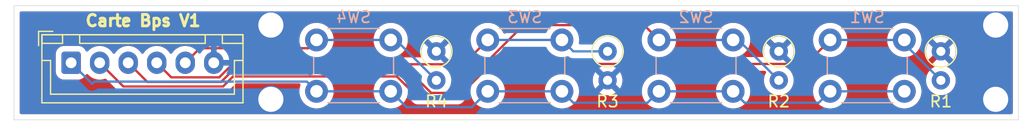
<source format=kicad_pcb>
(kicad_pcb (version 20241229) (generator "pcbnew") (generator_version "9.0")
  (layers (0 "F.Cu" signal) (2 "B.Cu" signal) (13 "F.Paste" user) (15 "B.Paste" user) (5 "F.SilkS" user "F.Silkscreen") (7 "B.SilkS" user "B.Silkscreen") (1 "F.Mask" user) (3 "B.Mask" user) (25 "Edge.Cuts" user))
  (net 0 "")
  (net 1 "Net-(J1-Pin_2)")
  (net 2 "GND")
  (net 3 "Net-(J1-Pin_3)")
  (net 4 "Net-(J1-Pin_4)")
  (net 5 "Net-(J1-Pin_5)")
  (net 6 "+3.3V")
  (footprint "Connector_JST:JST_XH_B6B-XH-A_1x06_P2.50mm_Vertical" (layer "F.Cu") (at 132 85)
    (property "Reference" "J1" (hide yes))
    (property "Value" "Conn_01x06_Socket" (hide yes))
    (fp_line (start -2.85 -2.75) (end -2.85 -1.5) (stroke (width 0.12)) (layer "F.SilkS"))
    (fp_line (start -2.56 -2.46) (end -2.56 3.51) (stroke (width 0.12)) (layer "F.SilkS"))
    (fp_line (start -2.56 3.51) (end 15.06 3.51) (stroke (width 0.12)) (layer "F.SilkS"))
    (fp_line (start -2.55 -2.45) (end -2.55 -1.7) (stroke (width 0.12)) (layer "F.SilkS"))
    (fp_line (start -2.55 -1.7) (end -0.75 -1.7) (stroke (width 0.12)) (layer "F.SilkS"))
    (fp_line (start -2.55 -0.2) (end -1.8 -0.2) (stroke (width 0.12)) (layer "F.SilkS"))
    (fp_line (start -1.8 -0.2) (end -1.8 2.75) (stroke (width 0.12)) (layer "F.SilkS"))
    (fp_line (start -1.8 2.75) (end 6.25 2.75) (stroke (width 0.12)) (layer "F.SilkS"))
    (fp_line (start -1.6 -2.75) (end -2.85 -2.75) (stroke (width 0.12)) (layer "F.SilkS"))
    (fp_line (start -0.75 -2.45) (end -2.55 -2.45) (stroke (width 0.12)) (layer "F.SilkS"))
    (fp_line (start -0.75 -1.7) (end -0.75 -2.45) (stroke (width 0.12)) (layer "F.SilkS"))
    (fp_line (start 0.75 -2.45) (end 0.75 -1.7) (stroke (width 0.12)) (layer "F.SilkS"))
    (fp_line (start 0.75 -1.7) (end 11.75 -1.7) (stroke (width 0.12)) (layer "F.SilkS"))
    (fp_line (start 11.75 -2.45) (end 0.75 -2.45) (stroke (width 0.12)) (layer "F.SilkS"))
    (fp_line (start 11.75 -1.7) (end 11.75 -2.45) (stroke (width 0.12)) (layer "F.SilkS"))
    (fp_line (start 13.25 -2.45) (end 13.25 -1.7) (stroke (width 0.12)) (layer "F.SilkS"))
    (fp_line (start 13.25 -1.7) (end 15.05 -1.7) (stroke (width 0.12)) (layer "F.SilkS"))
    (fp_line (start 14.3 -0.2) (end 14.3 2.75) (stroke (width 0.12)) (layer "F.SilkS"))
    (fp_line (start 14.3 2.75) (end 6.25 2.75) (stroke (width 0.12)) (layer "F.SilkS"))
    (fp_line (start 15.05 -2.45) (end 13.25 -2.45) (stroke (width 0.12)) (layer "F.SilkS"))
    (fp_line (start 15.05 -1.7) (end 15.05 -2.45) (stroke (width 0.12)) (layer "F.SilkS"))
    (fp_line (start 15.05 -0.2) (end 14.3 -0.2) (stroke (width 0.12)) (layer "F.SilkS"))
    (fp_line (start 15.06 -2.46) (end -2.56 -2.46) (stroke (width 0.12)) (layer "F.SilkS"))
    (fp_line (start 15.06 3.51) (end 15.06 -2.46) (stroke (width 0.12)) (layer "F.SilkS"))
    (pad "1" thru_hole roundrect (at 0 0) (size 1.7 1.95) (drill 0.95) (layers "*.Cu" "*.Mask") (roundrect_rratio 0.147059) (net 6 "+3.3V"))
    (pad "2" thru_hole oval (at 2.5 0) (size 1.7 1.95) (drill 0.95) (layers "*.Cu" "*.Mask") (net 1 "Net-(J1-Pin_2)"))
    (pad "3" thru_hole oval (at 5 0) (size 1.7 1.95) (drill 0.95) (layers "*.Cu" "*.Mask") (net 3 "Net-(J1-Pin_3)"))
    (pad "4" thru_hole oval (at 7.5 0) (size 1.7 1.95) (drill 0.95) (layers "*.Cu" "*.Mask") (net 4 "Net-(J1-Pin_4)"))
    (pad "5" thru_hole oval (at 10 0) (size 1.7 1.95) (drill 0.95) (layers "*.Cu" "*.Mask") (net 5 "Net-(J1-Pin_5)"))
    (pad "6" thru_hole oval (at 12.5 0) (size 1.7 1.95) (drill 0.95) (layers "*.Cu" "*.Mask") (net 2 "GND"))
  )
  (footprint "LOGO" (layer "F.Cu") (at 210.76 85.04 -90)
    (property "Reference" "G***" (hide yes))
    (property "Value" "LOGO" (hide yes))
    (fp_poly (pts (xy 1.219393 -0.199515) (xy 1.25544 -0.183614) (xy 1.291288 -0.159812) (xy 1.320406 -0.133426) (xy 1.336265 -0.109776) (xy 1.337476 -0.103346) (xy 1.325481 -0.097275) (xy 1.289564 -0.093099) (xy 1.229827 -0.090825) (xy 1.17481 -0.09037) (xy 1.115352 -0.091095) (xy 1.065638 -0.093083) (xy 1.030058 -0.096053) (xy 1.013003 -0.099723) (xy 1.012144 -0.100794) (xy 1.022224 -0.124943) (xy 1.048289 -0.152711) (xy 1.084079 -0.178451) (xy 1.115089 -0.193631) (xy 1.153566 -0.20594) (xy 1.184153 -0.207572)) (fill yes) (layer "F.Cu"))
    (fp_poly (pts (xy 0.018706 -0.21067) (xy 0.075895 -0.20979) (xy 0.117474 -0.207773) (xy 0.147684 -0.20417) (xy 0.170769 -0.19853) (xy 0.190973 -0.190405) (xy 0.205956 -0.182848) (xy 0.26083 -0.143001) (xy 0.295273 -0.091403) (xy 0.310099 -0.026533) (xy 0.310347 0.012562) (xy 0.298417 0.082255) (xy 0.269867 0.135935) (xy 0.222864 0.176617) (xy 0.204304 0.187037) (xy 0.185128 0.19563) (xy 0.163645 0.201892) (xy 0.135844 0.20618) (xy 0.097712 0.208851) (xy 0.045238 0.210263) (xy -0.02559 0.210771) (xy -0.062779 0.210802) (xy -0.14125 0.210628) (xy -0.199619 0.209875) (xy -0.24188 0.208117) (xy -0.272029 0.204928) (xy -0.294062 0.199885) (xy -0.311973 0.192561) (xy -0.32976 0.182532) (xy -0.330033 0.182366) (xy -0.381552 0.13898) (xy -0.415462 0.084952) (xy -0.431868 0.024871) (xy -0.430873 -0.036674) (xy -0.412581 -0.095096) (xy -0.377096 -0.145805) (xy -0.324523 -0.184214) (xy -0.321698 -0.185607) (xy -0.300411 -0.194872) (xy -0.277858 -0.20157) (xy -0.249791 -0.206107) (xy -0.21196 -0.208892) (xy -0.160116 -0.210331) (xy -0.09001 -0.210834) (xy -0.058338 -0.210863)) (fill yes) (layer "F.Cu"))
    (fp_poly (pts (xy -0.229876 -0.500058) (xy 0 -0.500047) (xy 0.260293 -0.500058) (xy 0.497602 -0.500071) (xy 0.713043 -0.500052) (xy 0.907732 -0.49997) (xy 1.082782 -0.49979) (xy 1.23931 -0.499481) (xy 1.378431 -0.49901) (xy 1.50126 -0.498343) (xy 1.608912 -0.497449) (xy 1.702503 -0.496294) (xy 1.783147 -0.494847) (xy 1.85196 -0.493074) (xy 1.910057 -0.490942) (xy 1.958554 -0.488419) (xy 1.998565 -0.485472) (xy 2.031206 -0.482069) (xy 2.057592 -0.478177) (xy 2.078838 -0.473762) (xy 2.09606 -0.468793) (xy 2.110373 -0.463237) (xy 2.122891 -0.457061) (xy 2.134731 -0.450231) (xy 2.147007 -0.442717) (xy 2.156831 -0.436812) (xy 2.204409 -0.402897) (xy 2.255794 -0.356924) (xy 2.303199 -0.306587) (xy 2.338838 -0.259578) (xy 2.342837 -0.253036) (xy 2.385933 -0.157285) (xy 2.407089 -0.057924) (xy 2.407527 0.041998) (xy 2.388465 0.139431) (xy 2.351124 0.231323) (xy 2.296726 0.314627) (xy 2.226489 0.38629) (xy 2.141635 0.443264) (xy 2.049212 0.480825) (xy 2.038983 0.483322) (xy 2.02536 0.485595) (xy 2.007242 0.487653) (xy 1.98353 0.489506) (xy 1.953123 0.491164) (xy 1.914921 0.492637) (xy 1.867824 0.493934) (xy 1.810732 0.495067) (xy 1.742545 0.496043) (xy 1.662162 0.496875) (xy 1.568483 0.497571) (xy 1.460409 0.498142) (xy 1.336838 0.498597) (xy 1.196671 0.498946) (xy 1.038808 0.4992) (xy 0.862148 0.499368) (xy 0.665591 0.499461) (xy 0.448038 0.499487) (xy 0.208387 0.499458) (xy -0.0052 0.499399) (xy -0.262246 0.499305) (xy -0.49631 0.49919) (xy -0.708509 0.499043) (xy -0.899959 0.49885) (xy -1.071778 0.4986) (xy -1.225081 0.498281) (xy -1.360985 0.497881) (xy -1.480607 0.497388) (xy -1.585064 0.496789) (xy -1.675473 0.496073) (xy -1.752949 0.495228) (xy -1.818611 0.494241) (xy -1.873573 0.493101) (xy -1.918954 0.491795) (xy -1.955869 0.490312) (xy -1.985436 0.488639) (xy -2.008771 0.486764) (xy -2.026991 0.484676) (xy -2.041212 0.482361) (xy -2.052552 0.479809) (xy -2.061534 0.477197) (xy -2.147823 0.438527) (xy -2.229899 0.381236) (xy -2.30113 0.310681) (xy -2.3466 0.247011) (xy -2.385559 0.15824) (xy -2.387905 0.14679) (xy -2.082558 0.14679) (xy -2.082239 0.211428) (xy -2.081474 0.261541) (xy -2.080291 0.293679) (xy -2.079106 0.304028) (xy -2.064301 0.314212) (xy -2.035662 0.319205) (xy -2.030692 0.319307) (xy -1.988141 0.319307) (xy -1.988141 0.11059) (xy -1.891746 0.11059) (xy -1.891746 0.295209) (xy -1.843549 0.295209) (xy -1.795351 0.295209) (xy -1.795153 0.105432) (xy -1.794821 0.032547) (xy -1.793656 -0.020735) (xy -1.791142 -0.058911) (xy -1.786763 -0.086473) (xy -1.780003 -0.107917) (xy -1.770344 -0.127738) (xy -1.767859 -0.132186) (xy -1.723667 -0.188466) (xy -1.668296 -0.225447) (xy -1.605955 -0.242377) (xy -1.540855 -0.238501) (xy -1.477207 -0.213066) (xy -1.444825 -0.190019) (xy -1.419809 -0.166346) (xy -1.401343 -0.140803) (xy -1.38847 -0.109378) (xy -1.380232 -0.068062) (xy -1.37567 -0.012842) (xy -1.373827 0.060291) (xy -1.373625 0.108057) (xy -1.373625 0.295209) (xy -1.324432 0.295209) (xy -1.275239 0.295209) (xy -1.278944 0.10683) (xy -1.192885 0.10683) (xy -1.192885 0.295209) (xy -1.144687 0.295209) (xy -1.09649 0.295209) (xy -1.09649 0.101821) (xy -1.095921 0.019945) (xy -1.093546 -0.041941) (xy -1.088361 -0.087933) (xy -1.079364 -0.122127) (xy -1.06555 -0.148619) (xy -1.045917 -0.171505) (xy -1.024933 -0.190319) (xy -0.965196 -0.226608) (xy -0.901246 -0.24163) (xy -0.837584 -0.236312) (xy -0.77871 -0.211579) (xy -0.729126 -0.168359) (xy -0.700322 -0.123509) (xy -0.69028 -0.100258) (xy -0.683241 -0.075726) (xy -0.678687 -0.045149) (xy -0.676102 -0.003765) (xy -0.67497 0.05319) (xy -0.674763 0.112248) (xy -0.674763 0.295209) (xy -0.625351 0.295209) (xy -0.575939 0.295209) (xy -0.580285 0.093382) (xy -0.582033 0.018925) (xy -0.58343 -0.01928) (xy -0.52877 -0.01928) (xy -0.523634 0.061244) (xy -0.51279 0.100455) (xy -0.474634 0.175951) (xy -0.418518 0.235966) (xy -0.343561 0.281371) (xy -0.319872 0.29128) (xy -0.290392 0.297536) (xy -0.24199 0.302203) (xy -0.179788 0.305299) (xy -0.108911 0.306839) (xy -0.03448 0.306838) (xy 0.038381 0.305313) (xy 0.10455 0.30228) (xy 0.158903 0.297754) (xy 0.196317 0.291752) (xy 0.203515 0.289651) (xy 0.280248 0.250191) (xy 0.34304 0.191982) (xy 0.371114 0.151743) (xy 0.388212 0.119188) (xy 0.398065 0.088311) (xy 0.402533 0.050392) (xy 0.403484 0) (xy 0.400185 -0.067286) (xy 0.388525 -0.118993) (xy 0.365454 -0.163047) (xy 0.327919 -0.207376) (xy 0.320945 -0.214447) (xy 0.292195 -0.241784) (xy 0.265107 -0.262708) (xy 0.235945 -0.27807) (xy 0.20097 -0.288721) (xy 0.197934 -0.289184) (xy 0.487998 -0.289184) (xy 0.488255 -0.096395) (xy 0.4887 -0.021337) (xy 0.490116 0.034238) (xy 0.492973 0.07494) (xy 0.49774 0.105381) (xy 0.504886 0.13017) (xy 0.513416 0.150752) (xy 0.552338 0.213991) (xy 0.604281 0.267227) (xy 0.664025 0.306581) (xy 0.726347 0.328173) (xy 0.756095 0.331092) (xy 0.782777 0.329046) (xy 0.793398 0.317441) (xy 0.795256 0.291091) (xy 0.792947 0.265032) (xy 0.781691 0.250002) (xy 0.754997 0.238839) (xy 0.745138 0.23581) (xy 0.67531 0.204484) (xy 0.624172 0.157959) (xy 0.591752 0.096265) (xy 0.5858 0.075308) (xy 0.577909 0.042173) (xy 0.686582 0.042173) (xy 0.795256 0.042173) (xy 0.795256 0) (xy 0.795256 -0.006741) (xy 0.902101 -0.006741) (xy 0.912795 0.078802) (xy 0.9444 0.154259) (xy 0.994915 0.217009) (xy 1.062338 0.264429) (xy 1.128689 0.289996) (xy 1.169027 0.300491) (xy 1.196401 0.304999) (xy 1.221171 0.303594) (xy 1.253699 0.296349) (xy 1.274312 0.291025) (xy 1.316279 0.276553) (xy 1.359037 0.25607) (xy 1.39673 0.233139) (xy 1.4235 0.211322) (xy 1.433493 0.194184) (xy 1.433492 0.194163) (xy 1.424335 0.178113) (xy 1.403645 0.1593) (xy 1.385049 0.147333) (xy 1.369496 0.145544) (xy 1.348707 0.155163) (xy 1.323874 0.171148) (xy 1.264563 0.19801) (xy 1.20194 0.205522) (xy 1.140514 0.195551) (xy 1.084795 0.169967) (xy 1.039291 0.130636) (xy 1.008512 0.079427) (xy 0.99799 0.036148) (xy 0.99407 0) (xy 1.22522 -0.00327) (xy 1.456371 -0.006539) (xy 1.45004 -0.051467) (xy 1.428777 -0.125669) (xy 1.389257 -0.191776) (xy 1.335428 -0.245344) (xy 1.311361 -0.259061) (xy 1.554364 -0.259061) (xy 1.55563 -0.228203) (xy 1.56353 -0.21449) (xy 1.584211 -0.210973) (xy 1.597017 -0.210863) (xy 1.661503 -0.200111) (xy 1.716314 -0.170627) (xy 1.759303 -0.126575) (xy 1.788323 -0.072118) (xy 1.801225 -0.011417) (xy 1.795861 0.051365) (xy 1.770085 0.112066) (xy 1.766488 0.117586) (xy 1.727108 0.159148) (xy 1.675213 0.191331) (xy 1.620192 0.208902) (xy 1.599549 0.210665) (xy 1.570966 0.212006) (xy 1.558018 0.220266) (xy 1.554512 0.242312) (xy 1.554364 0.260746) (xy 1.554364 0.310629) (xy 1.621204 0.303731) (xy 1.680445 0.291284) (xy 1.735178 0.269079) (xy 1.740734 0.265954) (xy 1.778389 0.240346) (xy 1.811451 0.212052) (xy 1.821034 0.201736) (xy 1.848645 0.168397) (xy 1.898119 0.217872) (xy 1.95583 0.262066) (xy 2.023876 0.293087) (xy 2.092952 0.306908) (xy 2.104755 0.307258) (xy 2.130391 0.305662) (xy 2.141785 0.296248) (xy 2.144699 0.272078) (xy 2.144781 0.259061) (xy 2.143515 0.228203) (xy 2.135616 0.21449) (xy 2.114934 0.210972) (xy 2.102129 0.210863) (xy 2.039237 0.199829) (xy 1.984767 0.16949) (xy 1.941584 0.123987) (xy 1.912552 0.067466) (xy 1.900535 0.004069) (xy 1.908398 -0.062061) (xy 1.909915 -0.067162) (xy 1.93896 -0.123343) (xy 1.984788 -0.169045) (xy 2.041333 -0.19973) (xy 2.102129 -0.210863) (xy 2.129436 -0.212294) (xy 2.141572 -0.221221) (xy 2.144685 -0.244591) (xy 2.144781 -0.259061) (xy 2.143456 -0.28993) (xy 2.135638 -0.30365) (xy 2.115566 -0.307158) (xy 2.104755 -0.307258) (xy 2.035801 -0.296839) (xy 1.966854 -0.268301) (xy 1.907302 -0.225722) (xy 1.899424 -0.218035) (xy 1.851158 -0.168691) (xy 1.800662 -0.218255) (xy 1.742254 -0.262471) (xy 1.67413 -0.293349) (xy 1.60542 -0.306948) (xy 1.59439 -0.307258) (xy 1.568755 -0.305662) (xy 1.557361 -0.296248) (xy 1.554447 -0.272078) (xy 1.554364 -0.259061) (xy 1.311361 -0.259061) (xy 1.271238 -0.281929) (xy 1.23577 -0.29262) (xy 1.156451 -0.298428) (xy 1.083091 -0.282754) (xy 1.018502 -0.248009) (xy 0.965498 -0.196606) (xy 0.926895 -0.130954) (xy 0.905507 -0.053466) (xy 0.902101 -0.006741) (xy 0.795256 -0.006741) (xy 0.795256 -0.042173) (xy 0.686812 -0.042173) (xy 0.578368 -0.042173) (xy 0.578368 -0.169418) (xy 0.578368 -0.296664) (xy 0.533183 -0.292924) (xy 0.487998 -0.289184) (xy 0.197934 -0.289184) (xy 0.156445 -0.295511) (xy 0.098633 -0.299293) (xy 0.023795 -0.300915) (xy -0.060247 -0.301233) (xy -0.145195 -0.301027) (xy -0.209765 -0.30021) (xy -0.257675 -0.298483) (xy -0.292644 -0.295549) (xy -0.318389 -0.291109) (xy -0.33863 -0.284864) (xy -0.354938 -0.27759) (xy -0.424079 -0.230899) (xy -0.477256 -0.169511) (xy -0.512732 -0.097585) (xy -0.52877 -0.01928) (xy -0.58343 -0.01928) (xy -0.584041 -0.035973) (xy -0.586988 -0.075847) (xy -0.591558 -0.105232) (xy -0.598432 -0.128664) (xy -0.608292 -0.150678) (xy -0.620351 -0.173152) (xy -0.671935 -0.244029) (xy -0.736829 -0.295205) (xy -0.813402 -0.325709) (xy -0.891651 -0.334686) (xy -0.973243 -0.324537) (xy -1.044116 -0.293559) (xy -1.107316 -0.240377) (xy -1.112382 -0.234844) (xy -1.140163 -0.201339) (xy -1.160812 -0.168422) (xy -1.175351 -0.131759) (xy -1.1848 -0.087016) (xy -1.190182 -0.029859) (xy -1.192516 0.044046) (xy -1.192885 0.10683) (xy -1.278944 0.10683) (xy -1.279327 0.087358) (xy -1.281851 -0.001212) (xy -1.286297 -0.069815) (xy -1.293879 -0.122572) (xy -1.305807 -0.163605) (xy -1.323294 -0.197034) (xy -1.347552 -0.226981) (xy -1.379791 -0.257567) (xy -1.381075 -0.258697) (xy -1.443421 -0.302997) (xy -1.509711 -0.327226) (xy -1.584488 -0.334317) (xy -1.66902 -0.323239) (xy -1.744359 -0.290807) (xy -1.807602 -0.23832) (xy -1.813101 -0.232075) (xy -1.840942 -0.195872) (xy -1.861539 -0.158629) (xy -1.875903 -0.115945) (xy -1.885044 -0.063419) (xy -1.889972 0.003351) (xy -1.891696 0.088765) (xy -1.891746 0.11059) (xy -1.988141 0.11059) (xy -1.988141 -0.000727) (xy -1.988141 -0.320762) (xy -2.033326 -0.317022) (xy -2.078511 -0.313283) (xy -2.08174 -0.012267) (xy -2.082401 0.071076) (xy -2.082558 0.14679) (xy -2.387905 0.14679) (xy -2.405662 0.060104) (xy -2.406905 -0.041743) (xy -2.389281 -0.141649) (xy -2.352783 -0.233961) (xy -2.347165 -0.244205) (xy -2.312948 -0.29347) (xy -2.266326 -0.346256) (xy -2.21507 -0.394604) (xy -2.166946 -0.430557) (xy -2.162856 -0.433018) (xy -2.148768 -0.441535) (xy -2.136141 -0.4493) (xy -2.123857 -0.456349) (xy -2.1108 -0.462715) (xy -2.095852 -0.468433) (xy -2.077896 -0.473538) (xy -2.055815 -0.478064) (xy -2.028491 -0.482047) (xy -1.994808 -0.48552) (xy -1.953649 -0.488519) (xy -1.903895 -0.491078) (xy -1.844431 -0.493231) (xy -1.774138 -0.495013) (xy -1.6919 -0.496459) (xy -1.596599 -0.497604) (xy -1.487118 -0.498481) (xy -1.36234 -0.499127) (xy -1.221149 -0.499574) (xy -1.062425 -0.499859) (xy -0.885054 -0.500015) (xy -0.687916 -0.500077) (xy -0.469896 -0.50008)) (fill yes) (layer "F.Cu"))
  )
  (footprint "Resistor_THT:R_Axial_DIN0207_L6.3mm_D2.5mm_P2.54mm_Vertical" (layer "F.Cu") (at 164 84 -90)
    (property "Reference" "R4" (at 4.384 0 0) (layer "F.SilkS"))
    (property "Value" "R" (hide yes))
    (fp_line (start 1.37 0) (end 1.44 0) (stroke (width 0.12)) (layer "F.SilkS"))
    (fp_circle (center 0 0) (end 1.37 0) (stroke (width 0.12)) (fill no) (layer "F.SilkS"))
    (pad "1" thru_hole circle (at 0 0 270) (size 1.6 1.6) (drill 0.8) (layers "*.Cu" "*.Mask") (net 2 "GND"))
    (pad "2" thru_hole circle (at 2.54 0 270) (size 1.6 1.6) (drill 0.8) (layers "*.Cu" "*.Mask") (net 5 "Net-(J1-Pin_5)"))
  )
  (footprint "Resistor_THT:R_Axial_DIN0207_L6.3mm_D2.5mm_P2.54mm_Vertical" (layer "F.Cu") (at 179 84 -90)
    (property "Reference" "R3" (at 4.392 0 180) (layer "F.SilkS"))
    (property "Value" "R" (hide yes))
    (fp_line (start 1.37 0) (end 1.44 0) (stroke (width 0.12)) (layer "F.SilkS"))
    (fp_circle (center 0 0) (end 1.37 0) (stroke (width 0.12)) (fill no) (layer "F.SilkS"))
    (pad "1" thru_hole circle (at 0 0 270) (size 1.6 1.6) (drill 0.8) (layers "*.Cu" "*.Mask") (net 4 "Net-(J1-Pin_4)"))
    (pad "2" thru_hole circle (at 2.54 0 270) (size 1.6 1.6) (drill 0.8) (layers "*.Cu" "*.Mask") (net 2 "GND"))
  )
  (footprint "Resistor_THT:R_Axial_DIN0207_L6.3mm_D2.5mm_P2.54mm_Vertical" (layer "F.Cu") (at 208.2 84 -90)
    (property "Reference" "R1" (at 4.392 0 0) (layer "F.SilkS"))
    (property "Value" "R" (hide yes))
    (fp_line (start 1.37 0) (end 1.44 0) (stroke (width 0.12)) (layer "F.SilkS"))
    (fp_circle (center 0 0) (end 1.37 0) (stroke (width 0.12)) (fill no) (layer "F.SilkS"))
    (pad "1" thru_hole circle (at 0 0 270) (size 1.6 1.6) (drill 0.8) (layers "*.Cu" "*.Mask") (net 2 "GND"))
    (pad "2" thru_hole circle (at 2.54 0 270) (size 1.6 1.6) (drill 0.8) (layers "*.Cu" "*.Mask") (net 1 "Net-(J1-Pin_2)"))
  )
  (footprint "Resistor_THT:R_Axial_DIN0207_L6.3mm_D2.5mm_P2.54mm_Vertical" (layer "F.Cu") (at 194 84 -90)
    (property "Reference" "R2" (at 4.392 0 180) (layer "F.SilkS"))
    (property "Value" "R" (hide yes))
    (fp_line (start 1.37 0) (end 1.44 0) (stroke (width 0.12)) (layer "F.SilkS"))
    (fp_circle (center 0 0) (end 1.37 0) (stroke (width 0.12)) (fill no) (layer "F.SilkS"))
    (pad "1" thru_hole circle (at 0 0 270) (size 1.6 1.6) (drill 0.8) (layers "*.Cu" "*.Mask") (net 2 "GND"))
    (pad "2" thru_hole circle (at 2.54 0 270) (size 1.6 1.6) (drill 0.8) (layers "*.Cu" "*.Mask") (net 3 "Net-(J1-Pin_3)"))
  )
  (footprint "Button_Switch_THT:SW_PUSH_6mm_H4.3mm" (layer "B.Cu") (at 160 83 180)
    (property "Reference" "SW4" (at 3.25 2 0) (layer "B.SilkS") (effects (justify mirror)))
    (property "Value" "SW_Push" (hide yes))
    (fp_line (start 6.75 -3) (end 6.75 -1.5) (stroke (width 0.12)) (layer "B.SilkS"))
    (fp_line (start 5.5 1) (end 1 1) (stroke (width 0.12)) (layer "B.SilkS"))
    (fp_line (start 1 -5.5) (end 5.5 -5.5) (stroke (width 0.12)) (layer "B.SilkS"))
    (fp_line (start -0.25 -1.5) (end -0.25 -3) (stroke (width 0.12)) (layer "B.SilkS"))
    (pad "1" thru_hole circle (at 0 0 90) (size 2 2) (drill 1.1) (layers "*.Cu" "*.Mask") (net 5 "Net-(J1-Pin_5)"))
    (pad "1" thru_hole circle (at 6.5 0 90) (size 2 2) (drill 1.1) (layers "*.Cu" "*.Mask") (net 5 "Net-(J1-Pin_5)"))
    (pad "2" thru_hole circle (at 0 -4.5 90) (size 2 2) (drill 1.1) (layers "*.Cu" "*.Mask") (net 6 "+3.3V"))
    (pad "2" thru_hole circle (at 6.5 -4.5 90) (size 2 2) (drill 1.1) (layers "*.Cu" "*.Mask") (net 6 "+3.3V"))
  )
  (footprint "Button_Switch_THT:SW_PUSH_6mm_H4.3mm" (layer "B.Cu") (at 175 83 180)
    (property "Reference" "SW3" (at 3.25 2 0) (layer "B.SilkS") (effects (justify mirror)))
    (property "Value" "SW_Push" (hide yes))
    (fp_line (start 6.75 -3) (end 6.75 -1.5) (stroke (width 0.12)) (layer "B.SilkS"))
    (fp_line (start 5.5 1) (end 1 1) (stroke (width 0.12)) (layer "B.SilkS"))
    (fp_line (start 1 -5.5) (end 5.5 -5.5) (stroke (width 0.12)) (layer "B.SilkS"))
    (fp_line (start -0.25 -1.5) (end -0.25 -3) (stroke (width 0.12)) (layer "B.SilkS"))
    (pad "1" thru_hole circle (at 0 0 90) (size 2 2) (drill 1.1) (layers "*.Cu" "*.Mask") (net 4 "Net-(J1-Pin_4)"))
    (pad "1" thru_hole circle (at 6.5 0 90) (size 2 2) (drill 1.1) (layers "*.Cu" "*.Mask") (net 4 "Net-(J1-Pin_4)"))
    (pad "2" thru_hole circle (at 0 -4.5 90) (size 2 2) (drill 1.1) (layers "*.Cu" "*.Mask") (net 6 "+3.3V"))
    (pad "2" thru_hole circle (at 6.5 -4.5 90) (size 2 2) (drill 1.1) (layers "*.Cu" "*.Mask") (net 6 "+3.3V"))
  )
  (footprint "Button_Switch_THT:SW_PUSH_6mm_H4.3mm" (layer "B.Cu") (at 190 83 180)
    (property "Reference" "SW2" (at 3.25 2 0) (layer "B.SilkS") (effects (justify mirror)))
    (property "Value" "SW_Push" (hide yes))
    (fp_line (start 6.75 -3) (end 6.75 -1.5) (stroke (width 0.12)) (layer "B.SilkS"))
    (fp_line (start 5.5 1) (end 1 1) (stroke (width 0.12)) (layer "B.SilkS"))
    (fp_line (start 1 -5.5) (end 5.5 -5.5) (stroke (width 0.12)) (layer "B.SilkS"))
    (fp_line (start -0.25 -1.5) (end -0.25 -3) (stroke (width 0.12)) (layer "B.SilkS"))
    (pad "1" thru_hole circle (at 0 0 90) (size 2 2) (drill 1.1) (layers "*.Cu" "*.Mask") (net 3 "Net-(J1-Pin_3)"))
    (pad "1" thru_hole circle (at 6.5 0 90) (size 2 2) (drill 1.1) (layers "*.Cu" "*.Mask") (net 3 "Net-(J1-Pin_3)"))
    (pad "2" thru_hole circle (at 0 -4.5 90) (size 2 2) (drill 1.1) (layers "*.Cu" "*.Mask") (net 6 "+3.3V"))
    (pad "2" thru_hole circle (at 6.5 -4.5 90) (size 2 2) (drill 1.1) (layers "*.Cu" "*.Mask") (net 6 "+3.3V"))
  )
  (footprint "Button_Switch_THT:SW_PUSH_6mm_H4.3mm" (layer "B.Cu") (at 205 83 180)
    (property "Reference" "SW1" (at 3.25 2 0) (layer "B.SilkS") (effects (justify mirror)))
    (property "Value" "SW_Push" (hide yes))
    (fp_line (start 6.75 -3) (end 6.75 -1.5) (stroke (width 0.12)) (layer "B.SilkS"))
    (fp_line (start 5.5 1) (end 1 1) (stroke (width 0.12)) (layer "B.SilkS"))
    (fp_line (start 1 -5.5) (end 5.5 -5.5) (stroke (width 0.12)) (layer "B.SilkS"))
    (fp_line (start -0.25 -1.5) (end -0.25 -3) (stroke (width 0.12)) (layer "B.SilkS"))
    (pad "1" thru_hole circle (at 0 0 90) (size 2 2) (drill 1.1) (layers "*.Cu" "*.Mask") (net 1 "Net-(J1-Pin_2)"))
    (pad "1" thru_hole circle (at 6.5 0 90) (size 2 2) (drill 1.1) (layers "*.Cu" "*.Mask") (net 1 "Net-(J1-Pin_2)"))
    (pad "2" thru_hole circle (at 0 -4.5 90) (size 2 2) (drill 1.1) (layers "*.Cu" "*.Mask") (net 6 "+3.3V"))
    (pad "2" thru_hole circle (at 6.5 -4.5 90) (size 2 2) (drill 1.1) (layers "*.Cu" "*.Mask") (net 6 "+3.3V"))
  )
  (gr_line (start 127 80) (end 215 80) (stroke (width 0.05)) (layer "Edge.Cuts"))
  (gr_line (start 127 90) (end 215 90) (stroke (width 0.05)) (layer "Edge.Cuts"))
  (gr_line (start 215 80) (end 215 90) (stroke (width 0.05)) (layer "Edge.Cuts"))
  (gr_line (start 127 80) (end 127 90) (stroke (width 0.05)) (layer "Edge.Cuts"))
  (gr_text "Carte Bps V1" (at 133.14 81.9 0) (layer "F.SilkS") (effects (font (size 1 1) (thickness 0.25) (bold yes)) (justify left bottom)))
  (segment (start 136.578 87.078) (end 134.5 85) (width 0.2) (layer "F.Cu") (net 1))
  (segment (start 196.399 85.101) (end 168.805992 85.101) (width 0.2) (layer "F.Cu") (net 1))
  (segment (start 162.381892 88.042) (end 160.538892 86.199) (width 0.2) (layer "F.Cu") (net 1))
  (segment (start 198.5 83) (end 196.399 85.101) (width 0.2) (layer "F.Cu") (net 1))
  (segment (start 146.18796 86.199) (end 145.30896 87.078) (width 0.2) (layer "F.Cu") (net 1))
  (segment (start 145.30896 87.078) (end 136.578 87.078) (width 0.2) (layer "F.Cu") (net 1))
  (segment (start 165.864992 88.042) (end 162.381892 88.042) (width 0.2) (layer "F.Cu") (net 1))
  (segment (start 168.805992 85.101) (end 165.864992 88.042) (width 0.2) (layer "F.Cu") (net 1))
  (segment (start 160.538892 86.199) (end 146.18796 86.199) (width 0.2) (layer "F.Cu") (net 1))
  (segment (start 208.2 86.54) (end 205 83.34) (width 0.2) (layer "B.Cu") (net 1))
  (segment (start 205 83.34) (end 205 83) (width 0.2) (layer "B.Cu") (net 1))
  (segment (start 205 83) (end 198.5 83) (width 0.2) (layer "B.Cu") (net 1))
  (via (at 149.5 88.2) (size 2.4) (drill 2.2) (layers "F.Cu" "B.Cu") (net 2))
  (via (at 213 88.2) (size 2.4) (drill 2.2) (layers "F.Cu" "B.Cu") (net 2))
  (via (at 149.5 81.7) (size 2.4) (drill 2.2) (layers "F.Cu" "B.Cu") (net 2))
  (via (at 213 81.7) (size 2.4) (drill 2.2) (layers "F.Cu" "B.Cu") (net 2))
  (segment (start 182.199 81.699) (end 171.640892 81.699) (width 0.2) (layer "F.Cu") (net 3))
  (segment (start 161.43395 85.531) (end 146.28886 85.531) (width 0.2) (layer "F.Cu") (net 3))
  (segment (start 138.677 86.677) (end 137 85) (width 0.2) (layer "F.Cu") (net 3))
  (segment (start 165.698892 87.641) (end 163.54395 87.641) (width 0.2) (layer "F.Cu") (net 3))
  (segment (start 146.28886 85.531) (end 145.14286 86.677) (width 0.2) (layer "F.Cu") (net 3))
  (segment (start 145.14286 86.677) (end 138.677 86.677) (width 0.2) (layer "F.Cu") (net 3))
  (segment (start 171.640892 81.699) (end 165.698892 87.641) (width 0.2) (layer "F.Cu") (net 3))
  (segment (start 183.5 83) (end 182.199 81.699) (width 0.2) (layer "F.Cu") (net 3))
  (segment (start 163.54395 87.641) (end 161.43395 85.531) (width 0.2) (layer "F.Cu") (net 3))
  (segment (start 194 86.54) (end 190.46 83) (width 0.2) (layer "B.Cu") (net 3))
  (segment (start 190.46 83) (end 190 83) (width 0.2) (layer "B.Cu") (net 3))
  (segment (start 190 83) (end 183.5 83) (width 0.2) (layer "B.Cu") (net 3))
  (segment (start 168.5 83) (end 166.37 85.13) (width 0.2) (layer "F.Cu") (net 4))
  (segment (start 140.776 86.276) (end 139.5 85) (width 0.2) (layer "F.Cu") (net 4))
  (segment (start 144.97676 86.276) (end 140.776 86.276) (width 0.2) (layer "F.Cu") (net 4))
  (segment (start 166.37 85.13) (end 146.12276 85.13) (width 0.2) (layer "F.Cu") (net 4))
  (segment (start 146.12276 85.13) (end 144.97676 86.276) (width 0.2) (layer "F.Cu") (net 4))
  (segment (start 175 83) (end 168.5 83) (width 0.2) (layer "B.Cu") (net 4))
  (segment (start 176 84) (end 175 83) (width 0.2) (layer "B.Cu") (net 4))
  (segment (start 179 84) (end 176 84) (width 0.2) (layer "B.Cu") (net 4))
  (segment (start 142 85) (end 143.276 83.724) (width 0.2) (layer "F.Cu") (net 5))
  (segment (start 152.776 83.724) (end 153.5 83) (width 0.2) (layer "F.Cu") (net 5))
  (segment (start 143.276 83.724) (end 152.776 83.724) (width 0.2) (layer "F.Cu") (net 5))
  (segment (start 164 86.54) (end 160.46 83) (width 0.2) (layer "B.Cu") (net 5))
  (segment (start 160 83) (end 153.5 83) (width 0.2) (layer "B.Cu") (net 5))
  (segment (start 160.46 83) (end 160 83) (width 0.2) (layer "B.Cu") (net 5))
  (segment (start 182.5 88.5) (end 183.5 87.5) (width 0.2) (layer "B.Cu") (net 6))
  (segment (start 152.65 86.65) (end 153.5 87.5) (width 0.2) (layer "B.Cu") (net 6))
  (segment (start 168.5 87.5) (end 175 87.5) (width 0.2) (layer "B.Cu") (net 6))
  (segment (start 176 88.5) (end 182.5 88.5) (width 0.2) (layer "B.Cu") (net 6))
  (segment (start 167.11 88.89) (end 168.5 87.5) (width 0.2) (layer "B.Cu") (net 6))
  (segment (start 160 87.5) (end 161.39 88.89) (width 0.2) (layer "B.Cu") (net 6))
  (segment (start 183.5 87.5) (end 190 87.5) (width 0.2) (layer "B.Cu") (net 6))
  (segment (start 153.5 87.5) (end 160 87.5) (width 0.2) (layer "B.Cu") (net 6))
  (segment (start 191 88.5) (end 190 87.5) (width 0.2) (layer "B.Cu") (net 6))
  (segment (start 133.849 86.849) (end 134.048 86.65) (width 0.2) (layer "B.Cu") (net 6))
  (segment (start 175 87.5) (end 176 88.5) (width 0.2) (layer "B.Cu") (net 6))
  (segment (start 161.39 88.89) (end 167.11 88.89) (width 0.2) (layer "B.Cu") (net 6))
  (segment (start 132 85) (end 133.849 86.849) (width 0.2) (layer "B.Cu") (net 6))
  (segment (start 197.5 88.5) (end 191 88.5) (width 0.2) (layer "B.Cu") (net 6))
  (segment (start 198.5 87.5) (end 197.5 88.5) (width 0.2) (layer "B.Cu") (net 6))
  (segment (start 205 87.5) (end 198.5 87.5) (width 0.2) (layer "B.Cu") (net 6))
  (segment (start 134.048 86.65) (end 152.65 86.65) (width 0.2) (layer "B.Cu") (net 6))
  (zone (net 2) (net_name "GND") (layers "F.Cu" "B.Cu") (connect_pads (clearance 0.5)) (min_thickness 0.25) (fill yes (thermal_gap 0.5) (thermal_bridge_width 0.5))
    (polygon (pts (xy 125.91 90.97) (xy 215.49 90.21) (xy 215.4 79.5) (xy 125.77 79.56)))
  )
)
</source>
